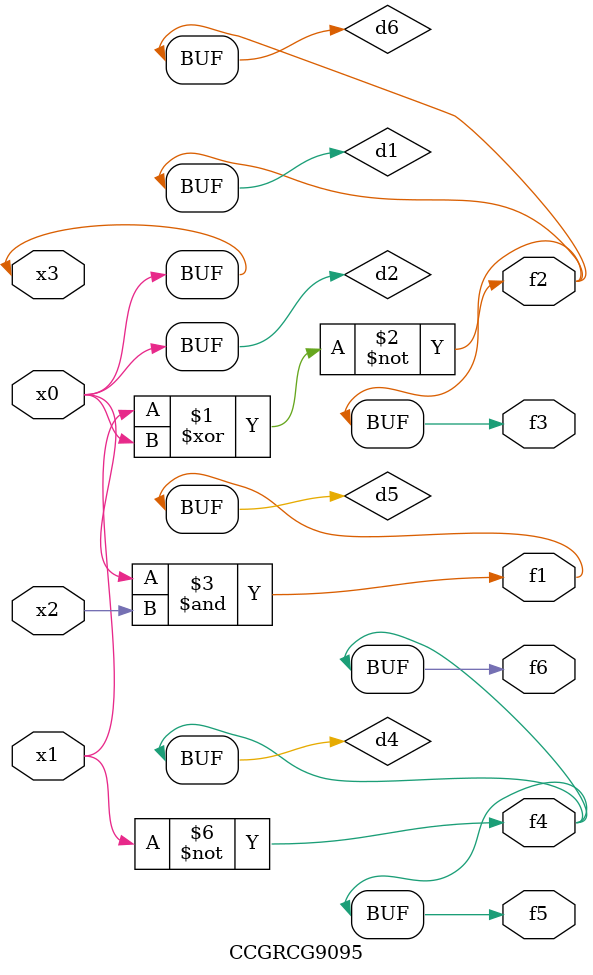
<source format=v>
module CCGRCG9095(
	input x0, x1, x2, x3,
	output f1, f2, f3, f4, f5, f6
);

	wire d1, d2, d3, d4, d5, d6;

	xnor (d1, x1, x3);
	buf (d2, x0, x3);
	nand (d3, x0, x2);
	not (d4, x1);
	nand (d5, d3);
	or (d6, d1);
	assign f1 = d5;
	assign f2 = d6;
	assign f3 = d6;
	assign f4 = d4;
	assign f5 = d4;
	assign f6 = d4;
endmodule

</source>
